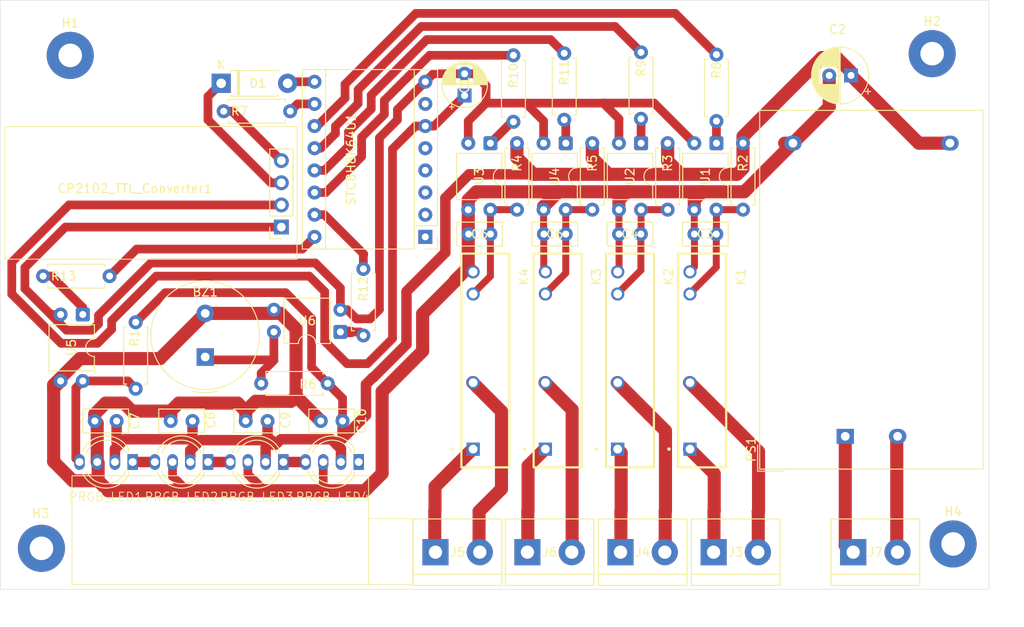
<source format=kicad_pcb>
(kicad_pcb (version 20241229) (generator "pcbnew") (generator_version "9.0")
  (layers (0 "F.Cu" signal) (2 "B.Cu" signal) (13 "F.Paste" user) (15 "B.Paste" user) (5 "F.SilkS" user "F.Silkscreen") (7 "B.SilkS" user "B.Silkscreen") (1 "F.Mask" user) (3 "B.Mask" user) (25 "Edge.Cuts" user))
  (net 0 "")
  (net 1 "GND1")
  (net 2 "+5VA")
  (net 3 "GND2")
  (net 4 "+5VD")
  (net 5 "Net-(D1-A)")
  (net 6 "STC_RX")
  (net 7 "STC_TX")
  (net 8 "Net-(J3-Pin_1)")
  (net 9 "Net-(J3-Pin_2)")
  (net 10 "Net-(J4-Pin_2)")
  (net 11 "Net-(J4-Pin_1)")
  (net 12 "Net-(J5-Pin_1)")
  (net 13 "Net-(J5-Pin_2)")
  (net 14 "Net-(J6-Pin_2)")
  (net 15 "Net-(J6-Pin_1)")
  (net 16 "Net-(PRGB_LED1-DOUT)")
  (net 17 "Net-(PRGB_LED2-DOUT)")
  (net 18 "Net-(PRGB_LED3-DOUT)")
  (net 20 "Net-(BZ1-+)")
  (net 21 "Net-(STC8H8K64U1-Pin_10)")
  (net 22 "Net-(R8-Pad2)")
  (net 23 "Relay1")
  (net 24 "Relay2")
  (net 25 "Net-(R9-Pad2)")
  (net 26 "Net-(R10-Pad2)")
  (net 27 "Relay3")
  (net 28 "Relay4")
  (net 29 "Net-(R11-Pad2)")
  (net 30 "Buzzer")
  (net 31 "Net-(R12-Pad2)")
  (net 32 "Net-(R13-Pad2)")
  (net 33 "PRGB_DATA")
  (net 34 "Net-(C3-Pad1)")
  (net 35 "Net-(C4-Pad1)")
  (net 36 "Net-(C5-Pad1)")
  (net 37 "Net-(C6-Pad1)")
  (net 44 "Net-(J7-Pin_1)")
  (net 45 "Net-(J7-Pin_2)")
  (net 46 "Net-(PRGB_LED1-DIN)")
  (footprint "Capacitor_THT:C_Disc_D5.0mm_W2.5mm_P2.50mm" (layer "F.Cu") (at 138.616 114.504844)
    (property "Reference" "C10")
    (property "Value" "10nF")
  )
  (footprint "Resistor_THT:R_Axial_DIN0207_L6.3mm_D2.5mm_P7.62mm_Horizontal" (layer "F.Cu") (at 161.105 82.663 -90)
    (property "Reference" "R4")
    (property "Value" "470")
  )
  (footprint "Connector_PinSocket_2.54mm:PinSocket_1x04_P2.54mm_Vertical" (layer "F.Cu") (at 134.1 92.28 180)
    (property "Reference" "CP2102_TTL_Converter1")
    (property "Value" "PinHeader1x4")
  )
  (footprint "MountingHole:MountingHole_2.7mm_Pad" (layer "F.Cu") (at 208.7 72.4)
    (property "Reference" "H2")
    (property "Value" "MountingHole")
  )
  (footprint "Package_DIP:DIP-4_W7.62mm" (layer "F.Cu") (at 158.062 82.668 -90)
    (property "Reference" "U3")
    (property "Value" "PC817")
  )
  (footprint "Resistor_THT:R_Axial_DIN0207_L6.3mm_D2.5mm_P7.62mm_Horizontal" (layer "F.Cu") (at 187.013 82.663 -90)
    (property "Reference" "R2")
    (property "Value" "470" (hide yes))
  )
  (footprint "Converter_ACDC:Converter_ACDC_Hi-Link_HLK-5Mxx" (layer "F.Cu") (at 198.7375 116.2625 90)
    (property "Reference" "PS1")
    (property "Value" "HLK-5M05")
  )
  (footprint "Resistor_THT:R_Axial_DIN0207_L6.3mm_D2.5mm_P7.62mm_Horizontal" (layer "F.Cu") (at 117.4 103.19 -90)
    (property "Reference" "R1")
    (property "Value" "75")
  )
  (footprint "G3MB-202P:RELAY_G3MB-202P" (layer "F.Cu") (at 157.483 107.569 -90)
    (property "Reference" "K4")
    (property "Value" "G3MB-202P")
  )
  (footprint "Buzzer_Beeper:Buzzer_TDK_PS1240P02BT_D12.2mm_H6.5mm" (layer "F.Cu") (at 125.372784 107.172784 90)
    (property "Reference" "BZ1")
    (property "Value" "Buzzer")
  )
  (footprint "Package_DIP:DIP-4_W7.62mm" (layer "F.Cu") (at 140.866784 104.294 180)
    (property "Reference" "U6")
    (property "Value" "PC817")
  )
  (footprint "Resistor_THT:R_Axial_DIN0207_L6.3mm_D2.5mm_P7.62mm_Horizontal" (layer "F.Cu") (at 114.41 97.9 180)
    (property "Reference" "R13")
    (property "Value" "220")
  )
  (footprint "TerminalBlock:TerminalBlock_bornier-2_P5.08mm" (layer "F.Cu") (at 199.644 129.54)
    (property "Reference" "J7")
    (property "Value" "Terminal1x2")
  )
  (footprint "TerminalBlock:TerminalBlock_bornier-2_P5.08mm" (layer "F.Cu") (at 162.306 129.54)
    (property "Reference" "J6")
    (property "Value" "Terminal1x2")
  )
  (footprint "MountingHole:MountingHole_2.7mm_Pad" (layer "F.Cu") (at 211.1 128.6)
    (property "Reference" "H4")
    (property "Value" "MountingHole")
  )
  (footprint "TerminalBlock:TerminalBlock_bornier-2_P5.08mm" (layer "F.Cu") (at 172.974 129.54)
    (property "Reference" "J4")
    (property "Value" "Terminal1x2")
  )
  (footprint "Capacitor_THT:C_Disc_D5.0mm_W2.5mm_P2.50mm" (layer "F.Cu") (at 166.698 93.082 180)
    (property "Reference" "C6")
    (property "Value" "10nF")
  )
  (footprint "Module:Pololu_Breakout-16_15.2x20.3mm" (layer "F.Cu") (at 150.6 93.4 180)
    (property "Reference" "STC8H8K64U1")
    (property "Value" "SOP16_Breakout")
  )
  (footprint "Capacitor_THT:C_Disc_D5.0mm_W2.5mm_P2.50mm" (layer "F.Cu") (at 130.016 114.504844)
    (property "Reference" "C9")
    (property "Value" "10nF")
  )
  (footprint "MountingHole:MountingHole_2.7mm_Pad" (layer "F.Cu") (at 109.9 72.6)
    (property "Reference" "H1")
    (property "Value" "MountingHole")
  )
  (footprint "Resistor_THT:R_Axial_DIN0207_L6.3mm_D2.5mm_P7.62mm_Horizontal" (layer "F.Cu") (at 178.377 82.663 -90)
    (property "Reference" "R3")
    (property "Value" "470")
  )
  (footprint "MountingHole:MountingHole_2.7mm_Pad" (layer "F.Cu") (at 106.6 129.1)
    (property "Reference" "H3")
    (property "Value" "MountingHole")
  )
  (footprint "G3MB-202P:RELAY_G3MB-202P" (layer "F.Cu") (at 165.768 107.569 -90)
    (property "Reference" "K3")
    (property "Value" "G3MB-202P")
  )
  (footprint "Capacitor_THT:CP_Radial_D5.0mm_P2.50mm" (layer "F.Cu") (at 155.1 77.205113 90)
    (property "Reference" "C1")
    (property "Value" "10uF")
  )
  (footprint "Capacitor_THT:C_Disc_D5.0mm_W2.5mm_P2.50mm" (layer "F.Cu") (at 183.95 93.082 180)
    (property "Reference" "C3")
    (property "Value" "10nF")
  )
  (footprint "TerminalBlock:TerminalBlock_bornier-2_P5.08mm" (layer "F.Cu") (at 183.642 129.54)
    (property "Reference" "J3")
    (property "Value" "Terminal1x2")
  )
  (footprint "Capacitor_THT:C_Disc_D5.0mm_W2.5mm_P2.50mm" (layer "F.Cu") (at 175.309 93.082 180)
    (property "Reference" "C4")
    (property "Value" "10nF")
  )
  (footprint "Capacitor_THT:C_Disc_D5.0mm_W2.5mm_P2.50mm" (layer "F.Cu") (at 121.416 114.504844)
    (property "Reference" "C8")
    (property "Value" "10nF")
  )
  (footprint "WS2812D-F5:PRGB_LED_DIP_Wide" (layer "F.Cu") (at 131.28 119.367844 180)
    (property "Reference" "PRGB_LED3")
    (property "Value" "~")
  )
  (footprint "Resistor_THT:R_Axial_DIN0207_L6.3mm_D2.5mm_P7.62mm_Horizontal" (layer "F.Cu") (at 183.97 72.508 -90)
    (property "Reference" "R8")
    (property "Value" "330")
  )
  (footprint "Capacitor_THT:C_Disc_D5.0mm_W2.5mm_P2.50mm" (layer "F.Cu") (at 158.062 93.082 180)
    (property "Reference" "C5")
    (property "Value" "10nF")
  )
  (footprint "Diode_THT:D_DO-41_SOD81_P7.62mm_Horizontal" (layer "F.Cu") (at 127.2 75.8)
    (property "Reference" "D1")
    (property "Value" "1N5817")
  )
  (footprint "G3MB-202P:RELAY_G3MB-202P" (layer "F.Cu") (at 182.338 107.569 -90)
    (property "Reference" "K1")
    (property "Value" "G3MB-202P")
  )
  (footprint "Resistor_THT:R_Axial_DIN0207_L6.3mm_D2.5mm_P7.62mm_Horizontal" (layer "F.Cu") (at 169.741 82.663 -90)
    (property "Reference" "R5")
    (property "Value" "470")
  )
  (footprint "Resistor_THT:R_Axial_DIN0207_L6.3mm_D2.5mm_P7.62mm_Horizontal" (layer "F.Cu") (at 143.5 97.08 -90)
    (property "Reference" "R12")
    (property "Value" "1k")
  )
  (footprint "Resistor_THT:R_Axial_DIN0207_L6.3mm_D2.5mm_P7.62mm_Horizontal" (layer "F.Cu") (at 135.11 79 180)
    (property "Reference" "R7")
    (property "Value" "100")
  )
  (footprint "WS2812D-F5:PRGB_LED_DIP_Wide" (layer "F.Cu") (at 139.916 119.367844 180)
    (property "Reference" "PRGB_LED4")
    (property "Value" "~")
  )
  (footprint "Package_DIP:DIP-4_W7.62mm" (layer "F.Cu") (at 111.34 102.3 -90)
    (property "Reference" "U5")
    (property "Value" "PC817")
  )
  (footprint "Resistor_THT:R_Axial_DIN0207_L6.3mm_D2.5mm_P7.62mm_Horizontal" (layer "F.Cu") (at 166.522 72.358 -90)
    (property "Reference" "R11")
    (property "Value" "330")
  )
  (footprint "G3MB-202P:RELAY_G3MB-202P" (layer "F.Cu") (at 174.053 107.569 -90)
    (property "Reference" "K2")
    (property "Value" "G3MB-202P")
  )
  (footprint "WS2812D-F5:PRGB_LED_DIP_Wide" (layer "F.Cu") (at 122.644 119.367844 180)
    (property "Reference" "PRGB_LED2")
    (property "Value" "~")
  )
  (footprint "Package_DIP:DIP-4_W7.62mm" (layer "F.Cu") (at 175.334 82.668 -90)
    (property "Reference" "U2")
    (property "Value" "PC817")
  )
  (footprint "Package_DIP:DIP-4_W7.62mm" (layer "F.Cu") (at 166.698 82.668 -90)
    (property "Reference" "U4")
    (property "Value" "PC817")
  )
  (footprint "Package_DIP:DIP-4_W7.62mm" (layer "F.Cu") (at 183.97 82.668 -90)
    (property "Reference" "U1")
    (property "Value" "PC817")
  )
  (footprint "Resistor_THT:R_Axial_DIN0207_L6.3mm_D2.5mm_P7.62mm_Horizontal" (layer "F.Cu") (at 139.41 110.2 180)
    (property "Reference" "R6")
    (property "Value" "220")
  )
  (footprint "Capacitor_THT:CP_Radial_D6.3mm_P2.50mm" (layer "F.Cu") (at 199.4 74.9 180)
    (property "Reference" "C2")
    (property "Value" "330uF")
  )
  (footprint "Capacitor_THT:C_Disc_D5.0mm_W2.5mm_P2.50mm" (layer "F.Cu") (at 112.716 114.504844)
    (property "Reference" "C7")
    (property "Value" "10nF")
  )
  (footprint "TerminalBlock:TerminalBlock_bornier-2_P5.08mm" (layer "F.Cu") (at 151.765 129.54)
    (property "Reference" "J5")
    (property "Value" "Terminal1x2")
  )
  (footprint "WS2812D-F5:PRGB_LED_DIP_Wide" (layer "F.Cu") (at 114.008 119.367844 180)
    (property "Reference" "PRGB_LED1")
    (property "Value" "~")
  )
  (footprint "Resistor_THT:R_Axial_DIN0207_L6.3mm_D2.5mm_P7.62mm_Horizontal" (layer "F.Cu") (at 175.322 72.248 -90)
    (property "Reference" "R9")
    (property "Value" "330")
  )
  (footprint "Resistor_THT:R_Axial_DIN0207_L6.3mm_D2.5mm_P7.62mm_Horizontal" (layer "F.Cu") (at 160.7 72.59 -90)
    (property "Reference" "R10")
    (property "Value" "330")
  )
  (gr_rect (start 110.1 120.778) (end 144.1 133.278) (stroke (width 0.1)) (fill no) (layer "F.SilkS"))
  (gr_rect (start 144.1 125.7) (end 149.142 133.278) (stroke (width 0.1)) (fill no) (layer "F.SilkS"))
  (gr_rect (start 102.4 80.76) (end 135.9 95.96) (stroke (width 0.1)) (fill no) (layer "F.SilkS"))
  (gr_rect (start 101.9 66.3) (end 215.2 133.8) (stroke (width 0.05)) (fill no) (layer "Edge.Cuts"))
  (segment (start 150.593001 75.62) (end 147.404 78.809001) (width 1) (layer "F.Cu") (net 1))
  (segment (start 138.000001 96.4) (end 119.132733 96.4) (width 1) (layer "F.Cu") (net 1))
  (segment (start 151.514887 74.705113) (end 150.6 75.62) (width 1) (layer "F.Cu") (net 1))
  (segment (start 164.158 80.121001) (end 164.158 82.668) (width 1) (layer "F.Cu") (net 1))
  (segment (start 104.701 99.33237) (end 107.66863 102.3) (width 1) (layer "F.Cu") (net 1))
  (segment (start 170.999999 78.073) (end 172.794 79.867001) (width 1) (layer "F.Cu") (net 1))
  (segment (start 119.132733 96.4) (end 113.141 102.391734) (width 1) (layer "F.Cu") (net 1))
  (segment (start 162.109999 78.073) (end 164.158 80.121001) (width 1) (layer "F.Cu") (net 1))
  (segment (start 144.277783 102.8) (end 142.707 102.8) (width 1) (layer "F.Cu") (net 1))
  (segment (start 172.794 79.867001) (end 172.794 82.668) (width 1) (layer "F.Cu") (net 1))
  (segment (start 141.661 101.754) (end 140.866784 101.754) (width 1) (layer "F.Cu") (net 1))
  (segment (start 156.202 74.705113) (end 157.570001 76.073114) (width 1) (layer "F.Cu") (net 1))
  (segment (start 113.141 103.375107) (end 112.415108 104.101) (width 1) (layer "F.Cu") (net 1))
  (segment (start 134.1 92.28) (end 109.342734 92.28) (width 1) (layer "F.Cu") (net 1))
  (segment (start 171.005999 78.067) (end 176.829 78.067) (width 1) (layer "F.Cu") (net 1))
  (segment (start 157.570001 76.073114) (end 157.570001 78.073) (width 1) (layer "F.Cu") (net 1))
  (segment (start 145.339784 101.737999) (end 144.277783 102.8) (width 1) (layer "F.Cu") (net 1))
  (segment (start 150.6 75.62) (end 150.593001 75.62) (width 1) (layer "F.Cu") (net 1))
  (segment (start 109.46963 104.101) (end 107.66863 102.3) (width 1) (layer "F.Cu") (net 1))
  (segment (start 157.570001 78.073) (end 162.109999 78.073) (width 1) (layer "F.Cu") (net 1))
  (segment (start 176.829 78.067) (end 181.43 82.668) (width 1) (layer "F.Cu") (net 1))
  (segment (start 157.570001 78.073) (end 155.522 80.121001) (width 1) (layer "F.Cu") (net 1))
  (segment (start 162.109999 78.073) (end 170.999999 78.073) (width 1) (layer "F.Cu") (net 1))
  (segment (start 147.404 79.98694) (end 145.339784 82.051154) (width 1) (layer "F.Cu") (net 1))
  (segment (start 140.866785 99.266785) (end 138.000001 96.4) (width 1) (layer "F.Cu") (net 1))
  (segment (start 107.66863 102.3) (end 108.8 102.3) (width 1) (layer "F.Cu") (net 1))
  (segment (start 142.707 102.8) (end 141.661 101.754) (width 1) (layer "F.Cu") (net 1))
  (segment (start 112.415108 104.101) (end 109.46963 104.101) (width 1) (layer "F.Cu") (net 1))
  (segment (start 155.1 74.705113) (end 151.514887 74.705113) (width 1) (layer "F.Cu") (net 1))
  (segment (start 113.141 102.391734) (end 113.141 103.375107) (width 1) (layer "F.Cu") (net 1))
  (segment (start 104.701 96.921734) (end 104.701 99.33237) (width 1) (layer "F.Cu") (net 1))
  (segment (start 155.522 80.121001) (end 155.522 82.668) (width 1) (layer "F.Cu") (net 1))
  (segment (start 155.1 74.705113) (end 156.202 74.705113) (width 1) (layer "F.Cu") (net 1))
  (segment (start 147.404 78.809001) (end 147.404 79.98694) (width 1) (layer "F.Cu") (net 1))
  (segment (start 170.999999 78.073) (end 171.005999 78.067) (width 1) (layer "F.Cu") (net 1))
  (segment (start 145.339784 82.051154) (end 145.339784 101.737999) (width 1) (layer "F.Cu") (net 1))
  (segment (start 109.342734 92.28) (end 104.701 96.921734) (width 1) (layer "F.Cu") (net 1))
  (segment (start 140.866784 101.754) (end 140.866785 99.266785) (width 1) (layer "F.Cu") (net 1))
  (segment (start 103.2 99.954105) (end 103.2 96.3) (width 1) (layer "F.Cu") (net 2))
  (segment (start 146.840784 83.327846) (end 146.840784 105.059216) (width 1) (layer "F.Cu") (net 2))
  (segment (start 141.630309 107.933633) (end 139.065784 105.369108) (width 1) (layer "F.Cu") (net 2))
  (segment (start 150.6 80.7) (end 149.46863 80.7) (width 1) (layer "F.Cu") (net 2))
  (segment (start 146.840784 105.059216) (end 143.966367 107.933633) (width 1) (layer "F.Cu") (net 2))
  (segment (start 114.642 103.996842) (end 113.036843 105.602) (width 1) (layer "F.Cu") (net 2))
  (segment (start 109.76 89.74) (end 134.1 89.74) (width 1) (layer "F.Cu") (net 2))
  (segment (start 143.966367 107.933633) (end 141.630309 107.933633) (width 1) (layer "F.Cu") (net 2))
  (segment (start 103.2 96.3) (end 109.76 89.74) (width 1) (layer "F.Cu") (net 2))
  (segment (start 108.847896 105.602) (end 103.2 99.954105) (width 1) (layer "F.Cu") (net 2))
  (segment (start 139.065784 105.369108) (end 139.065784 99.665784) (width 1) (layer "F.Cu") (net 2))
  (segment (start 139.065784 99.665784) (end 137.301 97.901) (width 1) (layer "F.Cu") (net 2))
  (segment (start 151.605113 80.7) (end 150.6 80.7) (width 1) (layer "F.Cu") (net 2))
  (segment (start 149.46863 80.7) (end 146.840784 83.327846) (width 1) (layer "F.Cu") (net 2))
  (segment (start 113.036843 105.602) (end 108.847896 105.602) (width 1) (layer "F.Cu") (net 2))
  (segment (start 114.642 103.013468) (end 114.642 103.996842) (width 1) (layer "F.Cu") (net 2))
  (segment (start 155.1 77.205113) (end 151.605113 80.7) (width 1) (layer "F.Cu") (net 2))
  (segment (start 119.754468 97.901) (end 114.642 103.013468) (width 1) (layer "F.Cu") (net 2))
  (segment (start 137.301 97.901) (end 119.754468 97.901) (width 1) (layer "F.Cu") (net 2))
  (segment (start 112.992 114.780844) (end 112.716 114.504844) (width 1.5) (layer "F.Cu") (net 3))
  (segment (start 155.522 89.15663) (end 155.522 90.288) (width 1.5) (layer "F.Cu") (net 3))
  (segment (start 135.786784 103.933447) (end 135.786784 111.675628) (width 1.5) (layer "F.Cu") (net 3))
  (segment (start 135.786784 111.675628) (end 135.211412 112.251) (width 1.5) (layer "F.Cu") (net 3))
  (segment (start 173.71863 88.232) (end 172.794 89.15663) (width 1.5) (layer "F.Cu") (net 3))
  (segment (start 113.1 121.356844) (end 110.193291 121.356844) (width 1.5) (layer "F.Cu") (net 3))
  (segment (start 181.43 90.288) (end 181.43 93.062) (width 0.8) (layer "F.Cu") (net 3))
  (segment (start 145.651 111.130866) (end 145.651 120.520844) (width 1.5) (layer "F.Cu") (net 3))
  (segment (start 116.985183 113.373474) (end 116.065553 112.453844) (width 1.5) (layer "F.Cu") (net 3))
  (segment (start 154.025 98.389) (end 154.025 98.475) (width 1.5) (layer "F.Cu") (net 3))
  (segment (start 139.5 122.5) (end 132.2 122.5) (width 1.5) (layer "F.Cu") (net 3))
  (segment (start 181.45 93.082) (end 181.45 96.835) (width 0.8) (layer "F.Cu") (net 3))
  (segment (start 122.1 121.356844) (end 122.156844 121.356844) (width 1) (layer "F.Cu") (net 3))
  (segment (start 125.372784 102.172784) (end 132.828 102.172784) (width 1.5) (layer "F.Cu") (net 3))
  (segment (start 130.016 114.457845) (end 130.016 114.504844) (width 1) (layer "F.Cu") (net 3))
  (segment (start 130.016 113.373474) (end 129.09637 112.453844) (width 1.5) (layer "F.Cu") (net 3))
  (segment (start 155.522 93.042) (end 155.562 93.082) (width 1) (layer "F.Cu") (net 3))
  (segment (start 173.71863 88.232) (end 165.853447 88.232) (width 1.5) (layer "F.Cu") (net 3))
  (segment (start 172.794 93.067) (end 172.809 93.082) (width 0.8) (layer "F.Cu") (net 3))
  (segment (start 112.992 119.205844) (end 112.992 114.780844) (width 1.5) (layer "F.Cu") (net 3))
  (segment (start 113.957312 112.453844) (end 112.716 113.695156) (width 1.5) (layer "F.Cu") (net 3))
  (segment (start 164.158 90.288) (end 164.158 93.062) (width 0.8) (layer "F.Cu") (net 3))
  (segment (start 132.2 122.5) (end 123.3 122.5) (width 1.5) (layer "F.Cu") (net 3))
  (segment (start 182.35463 88.232) (end 181.43 89.15663) (width 1.5) (layer "F.Cu") (net 3))
  (segment (start 181.43 89.15663) (end 181.43 90.288) (width 1.5) (layer "F.Cu") (net 3))
  (segment (start 123.3 122.5) (end 114.243156 122.5) (width 1.5) (layer "F.Cu") (net 3))
  (segment (start 121.628 119.205844) (end 121.628 120.884844) (width 1) (layer "F.Cu") (net 3))
  (segment (start 131.056844 121.356844) (end 132.2 122.5) (width 1) (layer "F.Cu") (net 3))
  (segment (start 196.9 78.5) (end 192.7375 82.6625) (width 1.5) (layer "F.Cu") (net 3))
  (segment (start 131.138474 112.251) (end 130.016 113.373474) (width 1.5) (layer "F.Cu") (net 3))
  (segment (start 116.065553 112.453844) (end 113.957312 112.453844) (width 1.5) (layer "F.Cu") (net 3))
  (segment (start 130.016 113.373474) (end 130.016 114.504844) (width 1.5) (layer "F.Cu") (net 3))
  (segment (start 108.000001 119.163554) (end 108.000001 110.719999) (width 1.5) (layer "F.Cu") (net 3))
  (segment (start 110.193291 121.356844) (end 108.000001 119.163554) (width 1.5) (layer "F.Cu") (net 3))
  (segment (start 131 121.356844) (end 131.056844 121.356844) (width 1) (layer "F.Cu") (net 3))
  (segment (start 172.794 89.15663) (end 172.794 90.288) (width 1.5) (layer "F.Cu") (net 3))
  (segment (start 192.7375 82.6625) (end 187.168 88.232) (width 1.5) (layer "F.Cu") (net 3))
  (segment (start 164.158 93.062) (end 164.178 93.082) (width 0.8) (layer "F.Cu") (net 3))
  (segment (start 165.853447 88.232) (end 156.44663 88.232) (width 1.5) (layer "F.Cu") (net 3))
  (segment (start 196.9 74.9) (end 196.9 78.5) (width 1.5) (layer "F.Cu") (net 3))
  (segment (start 129.09637 112.453844) (end 122.33563 112.453844) (width 1.5) (layer "F.Cu") (net 3))
  (segment (start 113.1 121.356844) (end 113.1 119.313844) (width 1.5) (layer "F.Cu") (net 3))
  (segment (start 121.416 113.373474) (end 121.416 114.504844) (width 1.5) (layer "F.Cu") (net 3))
  (segment (start 108.000001 110.359446) (end 111.006447 107.353) (width 1.5) (layer "F.Cu") (net 3))
  (segment (start 172.809 93.082) (end 172.809 97.191) (width 0.8) (layer "F.Cu") (net 3))
  (segment (start 121.628 120.884844) (end 122.1 121.356844) (width 1) (layer "F.Cu") (net 3))
  (segment (start 181.45 96.835) (end 180.885 97.4) (width 0.8) (layer "F.Cu") (net 3))
  (segment (start 138.9 119.205844) (end 138.9 121.9) (width 1) (layer "F.Cu") (net 3))
  (segment (start 192.7375 82.6625) (end 191.785788 82.6625) (width 1.5) (layer "F.Cu") (net 3))
  (segment (start 181.43 93.062) (end 181.45 93.082) (width 0.8) (layer "F.Cu") (net 3))
  (segment (start 150.292784 106.489082) (end 145.651 111.130866) (width 1.5) (layer "F.Cu") (net 3))
  (segment (start 145.651 120.520844) (end 143.671844 122.5) (width 1.5) (layer "F.Cu") (net 3))
  (segment (start 150.292784 102.207216) (end 150.292784 106.489082) (width 1.5) (layer "F.Cu") (net 3))
  (segment (start 182.35463 88.232) (end 173.71863 88.232) (width 1.5) (layer "F.Cu") (net 3))
  (segment (start 135.786784 111.675628) (end 138.616 114.504844) (width 1.5) (layer "F.Cu") (net 3))
  (segment (start 108.000001 110.719999) (end 108.8 109.92) (width 1.5) (layer "F.Cu") (net 3))
  (segment (start 132.828 102.172784) (end 133.246784 101.754) (width 1.5) (layer "F.Cu") (net 3))
  (segment (start 114.243156 122.5) (end 113.1 121.356844) (width 1.5) (layer "F.Cu") (net 3))
  (segment (start 132.828 102.172784) (end 134.026121 102.172784) (width 1.5) (layer "F.Cu") (net 3))
  (segment (start 155.522 96.892) (end 156.03 97.4) (width 1.5) (layer "F.Cu") (net 3))
  (segment (start 154.025 98.475) (end 150.292784 102.207216) (width 1.5) (layer "F.Cu") (net 3))
  (segment (start 155.522 90.288) (end 155.522 96.892) (width 1.5) (layer "F.Cu") (net 3))
  (segment (start 122.156844 121.356844) (end 123.3 122.5) (width 1) (layer "F.Cu") (net 3))
  (segment (start 112.716 113.695156) (end 112.716 114.504844) (width 1.5) (layer "F.Cu") (net 3))
  (segment (start 130.264 120.620844) (end 131 121.356844) (width 1) (layer "F.Cu") (net 3))
  (segment (start 121.416 113.373474) (end 116.985183 113.373474) (width 1.5) (layer "F.Cu") (net 3))
  (segment (start 135.211412 112.251) (end 131.138474 112.251) (width 1.5) (layer "F.Cu") (net 3))
  (segment (start 108.000001 110.719999) (end 108.000001 110.359446) (width 1.5) (layer "F.Cu") (net 3))
  (segment (start 165.853447 88.232) (end 164.158 89.927447) (width 1.5) (layer "F.Cu") (net 3))
  (segment (start 156.44663 88.232) (end 155.522 89.15663) (width 1.5) (layer "F.Cu") (net 3))
  (segment (start 187.168 88.232) (end 182.35463 88.232) (width 1.5) (layer "F.Cu") (net 3))
  (segment (start 164.158 89.927447) (end 164.158 90.288) (width 1.5) (layer "F.Cu") (net 3))
  (segment (start 164.178 97.263) (end 164.315 97.4) (width 0.8) (layer "F.Cu") (net 3))
  (segment (start 134.026121 102.172784) (end 135.786784 103.933447) (width 1.5) (layer "F.Cu") (net 3))
  (segment (start 130.264 119.205844) (end 130.264 120.620844) (width 1) (layer "F.Cu") (net 3))
  (segment (start 111.006447 107.353) (end 120.192568 107.353) (width 1.5) (layer "F.Cu") (net 3))
  (segment (start 143.671844 122.5) (end 139.5 122.5) (width 1.5) (layer "F.Cu") (net 3))
  (segment (start 138.9 121.9) (end 139.5 122.5) (width 1) (layer "F.Cu") (net 3))
  (segment (start 172.809 97.191) (end 172.6 97.4) (width 0.8) (layer "F.Cu") (net 3))
  (segment (start 164.158 90.281001) (end 164.158 90.288) (width 1) (layer "F.Cu") (net 3))
  (segment (start 155.522 96.892) (end 154.025 98.389) (width 1.5) (layer "F.Cu") (net 3))
  (segment (start 120.192568 107.353) (end 125.372784 102.172784) (width 1.5) (layer "F.Cu") (net 3))
  (segment (start 164.178 93.082) (end 164.178 97.263) (width 0.8) (layer "F.Cu") (net 3))
  (segment (start 122.33563 112.453844) (end 121.416 113.373474) (width 1.5) (layer "F.Cu") (net 3))
  (segment (start 172.794 90.288) (end 172.794 93.067) (width 0.8) (layer "F.Cu") (net 3))
  (segment (start 113.1 119.313844) (end 112.992 119.205844) (width 1.5) (layer "F.Cu") (net 3))
  (segment (start 197.749553 72.849) (end 196.050447 72.849) (width 1.5) (layer "F.Cu") (net 4))
  (segment (start 199.4 74.9) (end 199.4 74.499447) (width 1.5) (layer "F.Cu") (net 4))
  (segment (start 133.439 117.204844) (end 132.627 117.204844) (width 1.2) (layer "F.Cu") (net 4))
  (segment (start 141.116 111.906) (end 139.41 110.2) (width 1) (layer "F.Cu") (net 4))
  (segment (start 169.741 84.372) (end 171.6 86.231) (width 1.5) (layer "F.Cu") (net 4))
  (segment (start 155.617789 86.231) (end 163 86.231) (width 1.2) (layer "F.Cu") (net 4))
  (segment (start 187.013 85.557158) (end 186.339158 86.231) (width 1.5) (layer "F.Cu") (net 4))
  (segment (start 144.629523 109.534633) (end 148.441784 105.722372) (width 1.2) (layer "F.Cu") (net 4))
  (segment (start 169.741 82.663) (end 169.741 84.372) (width 1.5) (layer "F.Cu") (net 4))
  (segment (start 199.4 74.499447) (end 197.749553 72.849) (width 1.5) (layer "F.Cu") (net 4))
  (segment (start 141.116 116.519844) (end 143.8 113.835844) (width 1.2) (layer "F.Cu") (net 4))
  (segment (start 133.439 117.204844) (end 132.934156 116.7) (width 1.2) (layer "F.Cu") (net 4))
  (segment (start 141.116 116.519844) (end 141.116 114.504844) (width 1.2) (layer "F.Cu") (net 4))
  (segment (start 123.720579 116.6) (end 116.129844 116.6) (width 1.2) (layer "F.Cu") (net 4))
  (segment (start 161.105 84.336) (end 163 86.231) (width 1.5) (layer "F.Cu") (net 4))
  (segment (start 132.934156 116.7) (end 124.830267 116.7) (width 1.2) (layer "F.Cu") (net 4))
  (segment (start 161.105 82.663) (end 161.105 84.336) (width 1.5) (layer "F.Cu") (net 4))
  (segment (start 186.339158 86.231) (end 179.9 86.231) (width 1.5) (layer "F.Cu") (net 4))
  (segment (start 115.024 117.705844) (end 115.024 119.205844) (width 1.2) (layer "F.Cu") (net 4))
  (segment (start 139.41 110.2) (end 137.564784 108.354784) (width 1) (layer "F.Cu") (net 4))
  (segment (start 178.377 82.663) (end 178.377 84.708) (width 1.5) (layer "F.Cu") (net 4))
  (segment (start 178.377 84.708) (end 179.9 86.231) (width 1.5) (layer "F.Cu") (net 4))
  (segment (start 139.826156 116.6) (end 134.043844 116.6) (width 1.2) (layer "F.Cu") (net 4))
  (segment (start 140.431 117.204844) (end 139.826156 116.6) (width 1.2) (layer "F.Cu") (net 4))
  (segment (start 210.7375 82.6625) (end 207.1625 82.6625) (width 1.5) (layer "F.Cu") (net 4))
  (segment (start 187.013 82.663) (end 187.013 85.557158) (width 1.5) (layer "F.Cu") (net 4))
  (segment (start 196.050447 72.849) (end 187.013 81.886447) (width 1.5) (layer "F.Cu") (net 4))
  (segment (start 143.8 113.835844) (end 143.8 110.3) (width 1.2) (layer "F.Cu") (net 4))
  (segment (start 137.564784 102.764784) (end 134.6 99.8) (width 1) (layer "F.Cu") (net 4))
  (segment (start 140.431 117.204844) (end 141.116 116.519844) (width 1.2) (layer "F.Cu") (net 4))
  (segment (start 120.79 99.8) (end 117.4 103.19) (width 1) (layer "F.Cu") (net 4))
  (segment (start 115.216 116.895844) (end 115.216 114.504844) (width 1.2) (layer "F.Cu") (net 4))
  (segment (start 140.932 119.205844) (end 140.932 117.705844) (width 1.2) (layer "F.Cu") (net 4))
  (segment (start 179.9 86.231) (end 171.6 86.231) (width 1.5) (layer "F.Cu") (net 4))
  (segment (start 140.858784 114.247628) (end 141.116 114.504844) (width 1) (layer "F.Cu") (net 4))
  (segment (start 132.627 117.204844) (end 132.296 117.535844) (width 1.2) (layer "F.Cu") (net 4))
  (segment (start 132.296 117.535844) (end 132.296 119.205844) (width 1.2) (layer "F.Cu") (net 4))
  (segment (start 124.325423 117.204844) (end 123.720579 116.6) (width 1.2) (layer "F.Cu") (net 4))
  (segment (start 123.916 116.795421) (end 123.916 114.504844) (width 1.2) (layer "F.Cu") (net 4))
  (segment (start 187.013 81.886447) (end 187.013 82.663) (width 1.5) (layer "F.Cu") (net 4))
  (segment (start 132.516 117.093844) (end 132.516 114.504844) (width 1.2) (layer "F.Cu") (net 4))
  (segment (start 123.66 117.870267) (end 123.66 119.205844) (width 1.2) (layer "F.Cu") (net 4))
  (segment (start 137.564784 108.354784) (end 137.564784 102.764784) (width 1) (layer "F.Cu") (net 4))
  (segment (start 152.9 88.948789) (end 155.617789 86.231) (width 1.2) (layer "F.Cu") (net 4))
  (segment (start 140.932 117.705844) (end 140.431 117.204844) (width 1.2) (layer "F.Cu") (net 4))
  (segment (start 116.129844 116.6) (end 115.525 117.204844) (width 1.2) (layer "F.Cu") (net 4))
  (segment (start 207.1625 82.6625) (end 199.4 74.9) (width 1.5) (layer "F.Cu") (net 4))
  (segment (start 115.525 117.204844) (end 115.216 116.895844) (width 1.2) (layer "F.Cu") (net 4))
  (segment (start 124.325423 117.204844) (end 123.66 117.870267) (width 1.2) (layer "F.Cu") (net 4))
  (segment (start 148.441784 105.722372) (end 148.441784 99.658216) (width 1.2) (layer "F.Cu") (net 4))
  (segment (start 134.043844 116.6) (end 133.439 117.204844) (width 1.2) (layer "F.Cu") (net 4))
  (segment (start 124.830267 116.7) (end 124.325423 117.204844) (width 1.2) (layer "F.Cu") (net 4))
  (segment (start 171.6 86.231) (end 163 86.231) (width 1.5) (layer "F.Cu") (net 4))
  (segment (start 141.116 114.504844) (end 141.116 111.906) (width 1) (layer "F.Cu") (net 4))
  (segment (start 152.9 95.2) (end 152.9 88.948789) (width 1.2) (layer "F.Cu") (net 4))
  (segment (start 143.8 110.3) (end 144.565367 109.534633) (width 1.2) (layer "F.Cu") (net 4))
  (segment (start 144.565367 109.534633) (end 144.629523 109.534633) (width 1.2) (layer "F.Cu") (net 4))
  (segment (start 132.627 117.204844) (end 132.516 117.093844) (width 1.2) (layer "F.Cu") (net 4))
  (segment (start 124.325423 117.204844) (end 123.916 116.795421) (width 1.2) (layer "F.Cu") (net 4))
  (segment (start 134.6 99.8) (end 120.79 99.8) (width 1) (layer "F.Cu") (net 4))
  (segment (start 148.441784 99.658216) (end 152.9 95.2) (width 1.2) (layer "F.Cu") (net 4))
  (segment (start 115.525 117.204844) (end 115.024 117.705844) (width 1.2) (layer "F.Cu") (net 4))
  (segment (start 137.9 75.62) (end 135 75.62) (width 1) (layer "F.Cu") (net 5))
  (segment (start 135 75.62) (end 134.82 75.8) (width 1) (layer "F.Cu") (net 5))
  (segment (start 125.689 77.311) (end 125.689 79.991081) (width 1) (layer "F.Cu") (net 6))
  (segment (start 125.689 79.991081) (end 132.897919 87.2) (width 1) (layer "F.Cu") (net 6))
  (segment (start 127.2 75.8) (end 125.689 77.311) (width 1) (layer "F.Cu") (net 6))
  (segment (start 132.897919 87.2) (end 134.1 87.2) (width 1) (layer "F.Cu") (net 6))
  (segment (start 128.44 79) (end 134.1 84.66) (width 1) (layer "F.Cu") (net 7))
  (segment (start 127.49 79) (end 128.44 79) (width 1) (layer "F.Cu") (net 7))
  (segment (start 183.716 124.832) (end 183.686 124.862) (width 1.5) (layer "F.Cu") (net 8))
  (segment (start 183.716 124.832) (end 183.716 120.551) (width 1.5) (layer "F.Cu") (net 8))
  (segment (start 183.686 124.862) (end 183.686 129.468) (width 1.5) (layer "F.Cu") (net 8))
  (segment (start 183.716 120.551) (end 180.885 117.72) (width 1.5) (layer "F.Cu") (net 8))
  (segment (start 188.766 124.862) (end 188.766 129.468) (width 1.5) (layer "F.Cu") (net 9))
  (segment (start 188.796 118.011) (end 180.885 110.1) (width 1.5) (layer "F.Cu") (net 9))
  (segment (start 188.796 124.832) (end 188.796 118.011) (width 1.5) (layer "F.Cu") (net 9))
  (segment (start 188.796 124.832) (end 188.766 124.862) (width 1.5) (layer "F.Cu") (net 9))
  (segment (start 178.098 124.862) (end 178.098 129.468) (width 1.5) (layer "F.Cu") (net 10))
  (segment (start 178.128 115.628) (end 172.6 110.1) (width 1.5) (layer "F.Cu") (net 10))
  (segment (start 178.128 124.832) (end 178.128 115.628) (width 1.5) (layer "F.Cu") (net 10))
  (segment (start 178.128 124.832) (end 178.098 124.862) (width 1.5) (layer "F.Cu") (net 10))
  (segment (start 173.018 124.862) (end 173.018 129.468) (width 1.5) (layer "F.Cu") (net 11))
  (segment (start 173.048 124.832) (end 173.048 118.168) (width 1.5) (layer "F.Cu") (net 11))
  (segment (start 173.048 124.832) (end 173.018 124.862) (width 1.5) (layer "F.Cu") (net 11))
  (segment (start 173.048 118.168) (end 172.6 117.72) (width 1.5) (layer "F.Cu") (net 11))
  (segment (start 151.712 122.038) (end 156.03 117.72) (width 1.5) (layer "F.Cu") (net 12))
  (segment (start 151.682 124.862) (end 151.682 129.468) (width 1.5) (layer "F.Cu") (net 12))
  (segment (start 151.712 124.832) (end 151.682 124.862) (width 1.5) (layer "F.Cu") (net 12))
  (segment (start 151.712 124.832) (end 151.712 122.038) (width 1.5) (layer "F.Cu") (net 12))
  (segment (start 156.03 110.1) (end 159.332 113.402) (width 1.5) (layer "F.Cu") (net 13))
  (segment (start 159.332 113.402) (end 159.332 122.292) (width 1.5) (layer "F.Cu") (net 13))
  (segment (start 156.762 124.862) (end 156.762 129.468) (width 1.5) (layer "F.Cu") (net 13))
  (segment (start 159.332 122.292) (end 156.762 124.862) (width 1.5) (layer "F.Cu") (net 13))
  (segment (start 167.43 113.215) (end 164.315 110.1) (width 1.5) (layer "F.Cu") (net 14))
  (segment (start 167.43 129.468) (end 167.43 113.215) (width 1.5) (layer "F.Cu") (net 14))
  (segment (start 162.38 119.655) (end 164.315 117.72) (width 1.5) (layer "F.Cu") (net 15))
  (segment (start 162.38 124.832) (end 162.38 119.655) (width 1.5) (layer "F.Cu") (net 15))
  (segment (start 162.35 124.862) (end 162.35 129.468) (width 1.5) (layer "F.Cu") (net 15))
  (segment (start 162.38 124.832) (end 162.35 124.862) (width 1.5) (layer "F.Cu") (net 15))
  (segment (start 117.056 119.205844) (end 119.596 119.205844) (width 1.2) (layer "F.Cu") (net 16))
  (segment (start 125.692 119.205844) (end 128.232 119.205844) (width 1.2) (layer "F.Cu") (net 17))
  (segment (start 134.328 119.205844) (end 136.868 119.205844) (width 1.2) (layer "F.Cu") (net 18))
  (segment (start 125.7 107.5) (end 125.372784 107.172784) (width 1) (layer "F.Cu") (net 20))
  (segment (start 133.238784 107.561216) (end 131.79 109.01) (width 1) (layer "F.Cu") (net 20))
  (segment (start 133.238784 107.5) (end 133.238784 104.302) (width 1) (layer "F.Cu") (net 20))
  (segment (start 133.238784 107.5) (end 133.238784 107.561216) (width 1) (layer "F.Cu") (net 20))
  (segment (start 133.238784 107.5) (end 125.7 107.5) (width 1) (layer "F.Cu") (net 20))
  (segment (start 131.79 109.01) (end 131.79 110.2) (width 1) (layer "F.Cu") (net 20))
  (segment (start 133.238784 104.302) (end 133.246784 104.294) (width 1) (layer "F.Cu") (net 20))
  (segment (start 135.95 78.16) (end 135.11 79) (width 1) (layer "F.Cu") (net 21))
  (segment (start 137.9 78.16) (end 135.95 78.16) (width 1) (layer "F.Cu") (net 21))
  (segment (start 183.97 82.668) (end 183.97 80.128) (width 1) (layer "F.Cu") (net 22))
  (segment (start 138.2 80.7) (end 141.4 77.5) (width 1) (layer "F.Cu") (net 23))
  (segment (start 141.4 77.5) (end 141.4 75.904797) (width 1) (layer "F.Cu") (net 23))
  (segment (start 137.9 80.7) (end 138.2 80.7) (width 1) (layer "F.Cu") (net 23))
  (segment (start 141.4 75.904797) (end 149.517798 67.787) (width 1) (layer "F.Cu") (net 23))
  (segment (start 149.517798 67.787) (end 179.249 67.787) (width 1) (layer "F.Cu") (net 23))
  (segment (start 179.249 67.787) (end 183.97 72.508) (width 1) (layer "F.Cu") (net 23))
  (segment (start 140.3 81.554104) (end 138.614104 83.24) (width 1) (layer "F.Cu") (net 24))
  (segment (start 140.3 80.722734) (end 140.3 81.554104) (width 1) (layer "F.Cu") (net 24))
  (segment (start 138.614104 83.24) (end 137.9 83.24) (width 1) (layer "F.Cu") (net 24))
  (segment (start 175.322 72.248) (end 172.362 69.288) (width 1) (layer "F.Cu") (net 24))
  (segment (start 150.139532 69.288) (end 142.901 76.526531) (width 1) (layer "F.Cu") (net 24))
  (segment (start 142.901 76.526531) (end 142.901 78.121735) (width 1) (layer "F.Cu") (net 24))
  (segment (start 172.362 69.288) (end 150.139532 69.288) (width 1) (layer "F.Cu") (net 24))
  (segment (start 142.901 78.121735) (end 140.3 80.722734) (width 1) (layer "F.Cu") (net 24))
  (segment (start 175.334 82.668) (end 175.334 79.874) (width 1) (layer "F.Cu") (net 25))
  (segment (start 160.7 80.21) (end 160.52 80.21) (width 1) (layer "F.Cu") (net 26))
  (segment (start 160.52 80.21) (end 158.062 82.668) (width 1) (layer "F.Cu") (net 26))
  (segment (start 139.18 88.32) (end 137.9 88.32) (width 1) (layer "F.Cu") (net 27))
  (segment (start 143.3 84.2) (end 139.18 88.32) (width 1) (layer "F.Cu") (net 27))
  (segment (start 143.302 81.966204) (end 143.302 82.797573) (width 1) (layer "F.Cu") (net 27))
  (segment (start 151.083001 72.59) (end 145.903 77.770001) (width 1) (layer "F.Cu") (net 27))
  (segment (start 143.3 83.634104) (end 143.3 84.2) (width 1) (layer "F.Cu") (net 27))
  (segment (start 143.301 83.633105) (end 143.3 83.634104) (width 1) (layer "F.Cu") (net 27))
  (segment (start 160.7 72.59) (end 151.083001 72.59) (width 1) (layer "F.Cu") (net 27))
  (segment (start 143.301 82.798574) (end 143.301 83.633105) (width 1) (layer "F.Cu") (net 27))
  (segment (start 145.903 77.770001) (end 145.903 79.365205) (width 1) (layer "F.Cu") (net 27))
  (segment (start 145.903 79.365205) (end 143.302 81.966204) (width 1) (layer "F.Cu") (net 27))
  (segment (start 143.302 82.797573) (end 143.301 82.798574) (width 1) (layer "F.Cu") (net 27))
  (segment (start 141.801 82.175839) (end 141.8 82.176838) (width 1) (layer "F.Cu") (net 28))
  (segment (start 144.402 77.148267) (end 144.402 78.74347) (width 1) (layer "F.Cu") (net 28))
  (segment (start 141.8 82.176838) (end 141.8 83.01137) (width 1) (layer "F.Cu") (net 28))
  (segment (start 139.03137 85.78) (end 137.9 85.78) (width 1) (layer "F.Cu") (net 28))
  (segment (start 166.522 72.358) (end 164.953 70.789) (width 1) (layer "F.Cu") (net 28))
  (segment (start 141.801 81.344468) (end 141.801 82.175839) (width 1) (layer "F.Cu") (net 28))
  (segment (start 164.953 70.789) (end 150.761266 70.789) (width 1) (layer "F.Cu") (net 28))
  (segment (start 150.761266 70.789) (end 144.402 77.148267) (width 1) (layer "F.Cu") (net 28))
  (segment (start 141.8 83.01137) (end 139.03137 85.78) (width 1) (layer "F.Cu") (net 28))
  (segment (start 144.402 78.74347) (end 141.801 81.344468) (width 1) (layer "F.Cu") (net 28))
  (segment (start 166.698 82.668) (end 166.698 80.128) (width 1) (layer "F.Cu") (net 29))
  (segment (start 143.538784 95.367414) (end 143.5 95.406198) (width 1) (layer "F.Cu") (net 30))
  (segment (start 143.5 95.406198) (end 143.5 97.08) (width 1) (layer "F.Cu") (net 30))
  (segment (start 139.03137 90.86) (end 143.538784 95.367414) (width 1) (layer "F.Cu") (net 30))
  (segment (start 137.9 90.86) (end 139.03137 90.86) (width 1) (layer "F.Cu") (net 30))
  (segment (start 140.866784 104.294) (end 142.1 104.294) (width 1.2) (layer "F.Cu") (net 31))
  (segment (start 143.5 104.7) (end 143.101 104.301) (width 1) (layer "F.Cu") (net 31))
  (segment (start 143.101 104.301) (end 142.1 104.301) (width 1) (layer "F.Cu") (net 31))
  (segment (start 107.74 97.9) (end 106.79 97.9) (width 1) (layer "F.Cu") (net 32))
  (segment (start 111.34 102.3) (end 111.34 101.5) (width 1) (layer "F.Cu") (net 32))
  (segment (start 111.34 101.5) (end 107.74 97.9) (width 1) (layer "F.Cu") (net 32))
  (segment (start 136.5 94.8) (end 137.9 93.4) (width 1) (layer "F.Cu") (net 33))
  (segment (start 114.41 97.9) (end 117.51 94.8) (width 1) (layer "F.Cu") (net 33))
  (segment (start 117.51 94.8) (end 136.5 94.8) (width 1) (layer "F.Cu") (net 33))
  (segment (start 183.95 93.082) (end 183.95 96.875) (width 0.8) (layer "F.Cu") (net 34))
  (segment (start 183.97 90.288) (end 183.97 93.062) (width 0.8) (layer "F.Cu") (net 34))
  (segment (start 183.95 96.875) (end 180.885 99.94) (width 0.8) (layer "F.Cu") (net 34))
  (segment (start 183.97 93.062) (end 183.95 93.082) (width 0.8) (layer "F.Cu") (net 34))
  (segment (start 187.013 90.283) (end 183.975 90.283) (width 0.8) (layer "F.Cu") (net 34))
  (segment (start 183.975 90.283) (end 183.97 90.288) (width 0.8) (layer "F.Cu") (net 34))
  (segment (start 175.309 93.082) (end 175.309 97.231) (width 0.8) (layer "F.Cu") (net 35))
  (segment (start 175.339 90.283) (end 175.334 90.288) (width 0.8) (layer "F.Cu") (net 35))
  (segment (start 178.377 90.283) (end 175.339 90.283) (width 0.8) (layer "F.Cu") (net 35))
  (segment (start 175.309 97.231) (end 172.6 99.94) (width 0.8) (layer "F.Cu") (net 35))
  (segment (start 175.334 90.288) (end 175.334 93.057) (width 0.8) (layer "F.Cu") (net 35))
  (segment (start 175.334 93.057) (end 175.309 93.082) (width 0.8) (layer "F.Cu") (net 35))
  (segment (start 161.105 90.283) (end 158.067 90.283) (width 0.8) (layer "F.Cu") (net 36))
  (segment (start 158.062 97.908) (end 158.062 93.082) (width 0.8) (layer "F.Cu") (net 36))
  (segment (start 156.03 99.94) (end 158.062 97.908) (width 0.8) (layer "F.Cu") (net 36))
  (segment (start 158.062 93.082) (end 158.062 90.288) (width 0.8) (layer "F.Cu") (net 36))
  (segment (start 158.067 90.283) (end 158.062 90.288) (width 0.8) (layer "F.Cu") (net 36))
  (segment (start 166.703 90.283) (end 166.698 90.288) (width 0.8) (layer "F.Cu") (net 37))
  (segment (start 166.698 93.082) (end 166.698 97.557) (width 0.8) (layer "F.Cu") (net 37))
  (segment (start 169.741 90.283) (end 166.703 90.283) (width 0.8) (layer "F.Cu") (net 37))
  (segment (start 166.698 90.288) (end 166.698 93.082) (width 0.8) (layer "F.Cu") (net 37))
  (segment (start 166.698 97.557) (end 164.315 99.94) (width 0.8) (layer "F.Cu") (net 37))
  (segment (start 198.7375 128.7775) (end 199.56 129.6) (width 1.5) (layer "F.Cu") (net 44))
  (segment (start 198.7375 116.2625) (end 198.7375 128.7775) (width 1.5) (layer "F.Cu") (net 44))
  (segment (start 204.64 129.6) (end 204.64 116.36) (width 1.5) (layer "F.Cu") (net 45))
  (segment (start 204.64 116.36) (end 204.7375 116.2625) (width 1.5) (layer "F.Cu") (net 45))
  (segment (start 111.34 109.92) (end 110.540001 110.719999) (width 1) (layer "F.Cu") (net 46))
  (segment (start 110.540001 110.719999) (end 110.540001 118.785845) (width 1) (layer "F.Cu") (net 46))
  (segment (start 111.34 109.92) (end 111.345 109.915) (width 1) (layer "F.Cu") (net 46))
  (segment (start 110.540001 118.785845) (end 110.96 119.205844) (width 1) (layer "F.Cu") (net 46))
  (segment (start 111.345 109.915) (end 116.505 109.915) (width 1) (layer "F.Cu") (net 46))
  (segment (start 116.505 109.915) (end 117.4 110.81) (width 1) (layer "F.Cu") (net 46))
)
</source>
